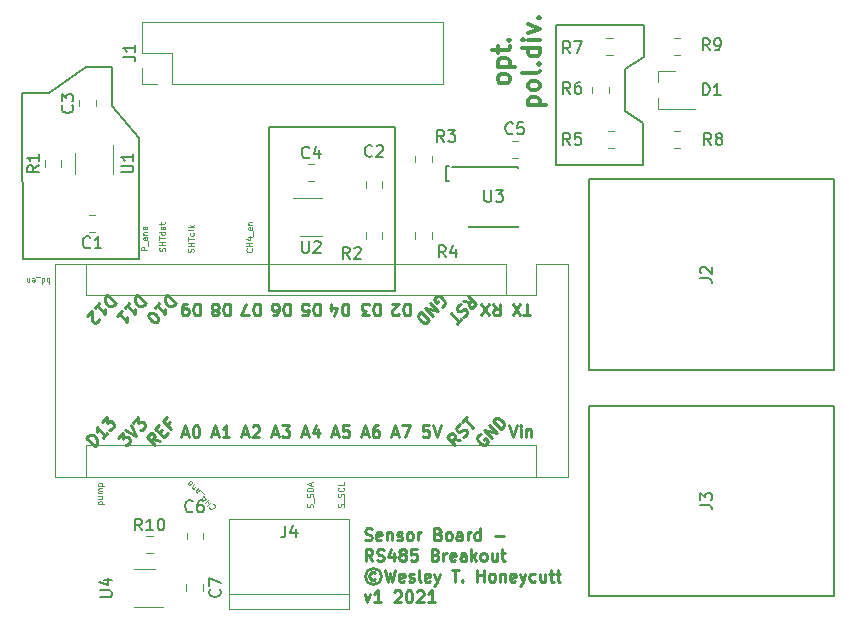
<source format=gbr>
G04 #@! TF.GenerationSoftware,KiCad,Pcbnew,5.0.2-bee76a0~70~ubuntu18.04.1*
G04 #@! TF.CreationDate,2021-06-01T15:08:51-05:00*
G04 #@! TF.ProjectId,CO2_sensorboard_slave,434f325f-7365-46e7-936f-72626f617264,rev?*
G04 #@! TF.SameCoordinates,Original*
G04 #@! TF.FileFunction,Legend,Top*
G04 #@! TF.FilePolarity,Positive*
%FSLAX46Y46*%
G04 Gerber Fmt 4.6, Leading zero omitted, Abs format (unit mm)*
G04 Created by KiCad (PCBNEW 5.0.2-bee76a0~70~ubuntu18.04.1) date Tue 01 Jun 2021 03:08:51 PM CDT*
%MOMM*%
%LPD*%
G01*
G04 APERTURE LIST*
%ADD10C,0.125000*%
%ADD11C,0.250000*%
%ADD12C,0.300000*%
%ADD13C,0.200000*%
%ADD14C,0.120000*%
%ADD15C,0.150000*%
G04 APERTURE END LIST*
D10*
X54477457Y-89513457D02*
X54977457Y-89513457D01*
X54501266Y-89513457D02*
X54477457Y-89465838D01*
X54477457Y-89370600D01*
X54501266Y-89322980D01*
X54525076Y-89299171D01*
X54572695Y-89275361D01*
X54715552Y-89275361D01*
X54763171Y-89299171D01*
X54786980Y-89322980D01*
X54810790Y-89370600D01*
X54810790Y-89465838D01*
X54786980Y-89513457D01*
X54477457Y-88846790D02*
X54810790Y-88846790D01*
X54477457Y-89061076D02*
X54739361Y-89061076D01*
X54786980Y-89037266D01*
X54810790Y-88989647D01*
X54810790Y-88918219D01*
X54786980Y-88870600D01*
X54763171Y-88846790D01*
X54810790Y-88608695D02*
X54477457Y-88608695D01*
X54525076Y-88608695D02*
X54501266Y-88584885D01*
X54477457Y-88537266D01*
X54477457Y-88465838D01*
X54501266Y-88418219D01*
X54548885Y-88394409D01*
X54810790Y-88394409D01*
X54548885Y-88394409D02*
X54501266Y-88370600D01*
X54477457Y-88322980D01*
X54477457Y-88251552D01*
X54501266Y-88203933D01*
X54548885Y-88180123D01*
X54810790Y-88180123D01*
X54477457Y-87942028D02*
X54977457Y-87942028D01*
X54501266Y-87942028D02*
X54477457Y-87894409D01*
X54477457Y-87799171D01*
X54501266Y-87751552D01*
X54525076Y-87727742D01*
X54572695Y-87703933D01*
X54715552Y-87703933D01*
X54763171Y-87727742D01*
X54786980Y-87751552D01*
X54810790Y-87799171D01*
X54810790Y-87894409D01*
X54786980Y-87942028D01*
D11*
X77060976Y-92521761D02*
X77203833Y-92569380D01*
X77441928Y-92569380D01*
X77537166Y-92521761D01*
X77584785Y-92474142D01*
X77632404Y-92378904D01*
X77632404Y-92283666D01*
X77584785Y-92188428D01*
X77537166Y-92140809D01*
X77441928Y-92093190D01*
X77251452Y-92045571D01*
X77156214Y-91997952D01*
X77108595Y-91950333D01*
X77060976Y-91855095D01*
X77060976Y-91759857D01*
X77108595Y-91664619D01*
X77156214Y-91617000D01*
X77251452Y-91569380D01*
X77489547Y-91569380D01*
X77632404Y-91617000D01*
X78441928Y-92521761D02*
X78346690Y-92569380D01*
X78156214Y-92569380D01*
X78060976Y-92521761D01*
X78013357Y-92426523D01*
X78013357Y-92045571D01*
X78060976Y-91950333D01*
X78156214Y-91902714D01*
X78346690Y-91902714D01*
X78441928Y-91950333D01*
X78489547Y-92045571D01*
X78489547Y-92140809D01*
X78013357Y-92236047D01*
X78918119Y-91902714D02*
X78918119Y-92569380D01*
X78918119Y-91997952D02*
X78965738Y-91950333D01*
X79060976Y-91902714D01*
X79203833Y-91902714D01*
X79299071Y-91950333D01*
X79346690Y-92045571D01*
X79346690Y-92569380D01*
X79775261Y-92521761D02*
X79870500Y-92569380D01*
X80060976Y-92569380D01*
X80156214Y-92521761D01*
X80203833Y-92426523D01*
X80203833Y-92378904D01*
X80156214Y-92283666D01*
X80060976Y-92236047D01*
X79918119Y-92236047D01*
X79822880Y-92188428D01*
X79775261Y-92093190D01*
X79775261Y-92045571D01*
X79822880Y-91950333D01*
X79918119Y-91902714D01*
X80060976Y-91902714D01*
X80156214Y-91950333D01*
X80775261Y-92569380D02*
X80680023Y-92521761D01*
X80632404Y-92474142D01*
X80584785Y-92378904D01*
X80584785Y-92093190D01*
X80632404Y-91997952D01*
X80680023Y-91950333D01*
X80775261Y-91902714D01*
X80918119Y-91902714D01*
X81013357Y-91950333D01*
X81060976Y-91997952D01*
X81108595Y-92093190D01*
X81108595Y-92378904D01*
X81060976Y-92474142D01*
X81013357Y-92521761D01*
X80918119Y-92569380D01*
X80775261Y-92569380D01*
X81537166Y-92569380D02*
X81537166Y-91902714D01*
X81537166Y-92093190D02*
X81584785Y-91997952D01*
X81632404Y-91950333D01*
X81727642Y-91902714D01*
X81822880Y-91902714D01*
X83251452Y-92045571D02*
X83394309Y-92093190D01*
X83441928Y-92140809D01*
X83489547Y-92236047D01*
X83489547Y-92378904D01*
X83441928Y-92474142D01*
X83394309Y-92521761D01*
X83299071Y-92569380D01*
X82918119Y-92569380D01*
X82918119Y-91569380D01*
X83251452Y-91569380D01*
X83346690Y-91617000D01*
X83394309Y-91664619D01*
X83441928Y-91759857D01*
X83441928Y-91855095D01*
X83394309Y-91950333D01*
X83346690Y-91997952D01*
X83251452Y-92045571D01*
X82918119Y-92045571D01*
X84060976Y-92569380D02*
X83965738Y-92521761D01*
X83918119Y-92474142D01*
X83870500Y-92378904D01*
X83870500Y-92093190D01*
X83918119Y-91997952D01*
X83965738Y-91950333D01*
X84060976Y-91902714D01*
X84203833Y-91902714D01*
X84299071Y-91950333D01*
X84346690Y-91997952D01*
X84394309Y-92093190D01*
X84394309Y-92378904D01*
X84346690Y-92474142D01*
X84299071Y-92521761D01*
X84203833Y-92569380D01*
X84060976Y-92569380D01*
X85251452Y-92569380D02*
X85251452Y-92045571D01*
X85203833Y-91950333D01*
X85108595Y-91902714D01*
X84918119Y-91902714D01*
X84822880Y-91950333D01*
X85251452Y-92521761D02*
X85156214Y-92569380D01*
X84918119Y-92569380D01*
X84822880Y-92521761D01*
X84775261Y-92426523D01*
X84775261Y-92331285D01*
X84822880Y-92236047D01*
X84918119Y-92188428D01*
X85156214Y-92188428D01*
X85251452Y-92140809D01*
X85727642Y-92569380D02*
X85727642Y-91902714D01*
X85727642Y-92093190D02*
X85775261Y-91997952D01*
X85822880Y-91950333D01*
X85918119Y-91902714D01*
X86013357Y-91902714D01*
X86775261Y-92569380D02*
X86775261Y-91569380D01*
X86775261Y-92521761D02*
X86680023Y-92569380D01*
X86489547Y-92569380D01*
X86394309Y-92521761D01*
X86346690Y-92474142D01*
X86299071Y-92378904D01*
X86299071Y-92093190D01*
X86346690Y-91997952D01*
X86394309Y-91950333D01*
X86489547Y-91902714D01*
X86680023Y-91902714D01*
X86775261Y-91950333D01*
X88013357Y-92188428D02*
X88775261Y-92188428D01*
X77680023Y-94319380D02*
X77346690Y-93843190D01*
X77108595Y-94319380D02*
X77108595Y-93319380D01*
X77489547Y-93319380D01*
X77584785Y-93367000D01*
X77632404Y-93414619D01*
X77680023Y-93509857D01*
X77680023Y-93652714D01*
X77632404Y-93747952D01*
X77584785Y-93795571D01*
X77489547Y-93843190D01*
X77108595Y-93843190D01*
X78060976Y-94271761D02*
X78203833Y-94319380D01*
X78441928Y-94319380D01*
X78537166Y-94271761D01*
X78584785Y-94224142D01*
X78632404Y-94128904D01*
X78632404Y-94033666D01*
X78584785Y-93938428D01*
X78537166Y-93890809D01*
X78441928Y-93843190D01*
X78251452Y-93795571D01*
X78156214Y-93747952D01*
X78108595Y-93700333D01*
X78060976Y-93605095D01*
X78060976Y-93509857D01*
X78108595Y-93414619D01*
X78156214Y-93367000D01*
X78251452Y-93319380D01*
X78489547Y-93319380D01*
X78632404Y-93367000D01*
X79489547Y-93652714D02*
X79489547Y-94319380D01*
X79251452Y-93271761D02*
X79013357Y-93986047D01*
X79632404Y-93986047D01*
X80156214Y-93747952D02*
X80060976Y-93700333D01*
X80013357Y-93652714D01*
X79965738Y-93557476D01*
X79965738Y-93509857D01*
X80013357Y-93414619D01*
X80060976Y-93367000D01*
X80156214Y-93319380D01*
X80346690Y-93319380D01*
X80441928Y-93367000D01*
X80489547Y-93414619D01*
X80537166Y-93509857D01*
X80537166Y-93557476D01*
X80489547Y-93652714D01*
X80441928Y-93700333D01*
X80346690Y-93747952D01*
X80156214Y-93747952D01*
X80060976Y-93795571D01*
X80013357Y-93843190D01*
X79965738Y-93938428D01*
X79965738Y-94128904D01*
X80013357Y-94224142D01*
X80060976Y-94271761D01*
X80156214Y-94319380D01*
X80346690Y-94319380D01*
X80441928Y-94271761D01*
X80489547Y-94224142D01*
X80537166Y-94128904D01*
X80537166Y-93938428D01*
X80489547Y-93843190D01*
X80441928Y-93795571D01*
X80346690Y-93747952D01*
X81441928Y-93319380D02*
X80965738Y-93319380D01*
X80918119Y-93795571D01*
X80965738Y-93747952D01*
X81060976Y-93700333D01*
X81299071Y-93700333D01*
X81394309Y-93747952D01*
X81441928Y-93795571D01*
X81489547Y-93890809D01*
X81489547Y-94128904D01*
X81441928Y-94224142D01*
X81394309Y-94271761D01*
X81299071Y-94319380D01*
X81060976Y-94319380D01*
X80965738Y-94271761D01*
X80918119Y-94224142D01*
X83013357Y-93795571D02*
X83156214Y-93843190D01*
X83203833Y-93890809D01*
X83251452Y-93986047D01*
X83251452Y-94128904D01*
X83203833Y-94224142D01*
X83156214Y-94271761D01*
X83060976Y-94319380D01*
X82680023Y-94319380D01*
X82680023Y-93319380D01*
X83013357Y-93319380D01*
X83108595Y-93367000D01*
X83156214Y-93414619D01*
X83203833Y-93509857D01*
X83203833Y-93605095D01*
X83156214Y-93700333D01*
X83108595Y-93747952D01*
X83013357Y-93795571D01*
X82680023Y-93795571D01*
X83680023Y-94319380D02*
X83680023Y-93652714D01*
X83680023Y-93843190D02*
X83727642Y-93747952D01*
X83775261Y-93700333D01*
X83870500Y-93652714D01*
X83965738Y-93652714D01*
X84680023Y-94271761D02*
X84584785Y-94319380D01*
X84394309Y-94319380D01*
X84299071Y-94271761D01*
X84251452Y-94176523D01*
X84251452Y-93795571D01*
X84299071Y-93700333D01*
X84394309Y-93652714D01*
X84584785Y-93652714D01*
X84680023Y-93700333D01*
X84727642Y-93795571D01*
X84727642Y-93890809D01*
X84251452Y-93986047D01*
X85584785Y-94319380D02*
X85584785Y-93795571D01*
X85537166Y-93700333D01*
X85441928Y-93652714D01*
X85251452Y-93652714D01*
X85156214Y-93700333D01*
X85584785Y-94271761D02*
X85489547Y-94319380D01*
X85251452Y-94319380D01*
X85156214Y-94271761D01*
X85108595Y-94176523D01*
X85108595Y-94081285D01*
X85156214Y-93986047D01*
X85251452Y-93938428D01*
X85489547Y-93938428D01*
X85584785Y-93890809D01*
X86060976Y-94319380D02*
X86060976Y-93319380D01*
X86156214Y-93938428D02*
X86441928Y-94319380D01*
X86441928Y-93652714D02*
X86060976Y-94033666D01*
X87013357Y-94319380D02*
X86918119Y-94271761D01*
X86870500Y-94224142D01*
X86822880Y-94128904D01*
X86822880Y-93843190D01*
X86870500Y-93747952D01*
X86918119Y-93700333D01*
X87013357Y-93652714D01*
X87156214Y-93652714D01*
X87251452Y-93700333D01*
X87299071Y-93747952D01*
X87346690Y-93843190D01*
X87346690Y-94128904D01*
X87299071Y-94224142D01*
X87251452Y-94271761D01*
X87156214Y-94319380D01*
X87013357Y-94319380D01*
X88203833Y-93652714D02*
X88203833Y-94319380D01*
X87775261Y-93652714D02*
X87775261Y-94176523D01*
X87822880Y-94271761D01*
X87918119Y-94319380D01*
X88060976Y-94319380D01*
X88156214Y-94271761D01*
X88203833Y-94224142D01*
X88537166Y-93652714D02*
X88918119Y-93652714D01*
X88680023Y-93319380D02*
X88680023Y-94176523D01*
X88727642Y-94271761D01*
X88822880Y-94319380D01*
X88918119Y-94319380D01*
X77918119Y-95307476D02*
X77822880Y-95259857D01*
X77632404Y-95259857D01*
X77537166Y-95307476D01*
X77441928Y-95402714D01*
X77394309Y-95497952D01*
X77394309Y-95688428D01*
X77441928Y-95783666D01*
X77537166Y-95878904D01*
X77632404Y-95926523D01*
X77822880Y-95926523D01*
X77918119Y-95878904D01*
X77727642Y-94926523D02*
X77489547Y-94974142D01*
X77251452Y-95117000D01*
X77108595Y-95355095D01*
X77060976Y-95593190D01*
X77108595Y-95831285D01*
X77251452Y-96069380D01*
X77489547Y-96212238D01*
X77727642Y-96259857D01*
X77965738Y-96212238D01*
X78203833Y-96069380D01*
X78346690Y-95831285D01*
X78394309Y-95593190D01*
X78346690Y-95355095D01*
X78203833Y-95117000D01*
X77965738Y-94974142D01*
X77727642Y-94926523D01*
X78727642Y-95069380D02*
X78965738Y-96069380D01*
X79156214Y-95355095D01*
X79346690Y-96069380D01*
X79584785Y-95069380D01*
X80346690Y-96021761D02*
X80251452Y-96069380D01*
X80060976Y-96069380D01*
X79965738Y-96021761D01*
X79918119Y-95926523D01*
X79918119Y-95545571D01*
X79965738Y-95450333D01*
X80060976Y-95402714D01*
X80251452Y-95402714D01*
X80346690Y-95450333D01*
X80394309Y-95545571D01*
X80394309Y-95640809D01*
X79918119Y-95736047D01*
X80775261Y-96021761D02*
X80870500Y-96069380D01*
X81060976Y-96069380D01*
X81156214Y-96021761D01*
X81203833Y-95926523D01*
X81203833Y-95878904D01*
X81156214Y-95783666D01*
X81060976Y-95736047D01*
X80918119Y-95736047D01*
X80822880Y-95688428D01*
X80775261Y-95593190D01*
X80775261Y-95545571D01*
X80822880Y-95450333D01*
X80918119Y-95402714D01*
X81060976Y-95402714D01*
X81156214Y-95450333D01*
X81775261Y-96069380D02*
X81680023Y-96021761D01*
X81632404Y-95926523D01*
X81632404Y-95069380D01*
X82537166Y-96021761D02*
X82441928Y-96069380D01*
X82251452Y-96069380D01*
X82156214Y-96021761D01*
X82108595Y-95926523D01*
X82108595Y-95545571D01*
X82156214Y-95450333D01*
X82251452Y-95402714D01*
X82441928Y-95402714D01*
X82537166Y-95450333D01*
X82584785Y-95545571D01*
X82584785Y-95640809D01*
X82108595Y-95736047D01*
X82918119Y-95402714D02*
X83156214Y-96069380D01*
X83394309Y-95402714D02*
X83156214Y-96069380D01*
X83060976Y-96307476D01*
X83013357Y-96355095D01*
X82918119Y-96402714D01*
X84394309Y-95069380D02*
X84965738Y-95069380D01*
X84680023Y-96069380D02*
X84680023Y-95069380D01*
X85299071Y-95974142D02*
X85346690Y-96021761D01*
X85299071Y-96069380D01*
X85251452Y-96021761D01*
X85299071Y-95974142D01*
X85299071Y-96069380D01*
X86537166Y-96069380D02*
X86537166Y-95069380D01*
X86537166Y-95545571D02*
X87108595Y-95545571D01*
X87108595Y-96069380D02*
X87108595Y-95069380D01*
X87727642Y-96069380D02*
X87632404Y-96021761D01*
X87584785Y-95974142D01*
X87537166Y-95878904D01*
X87537166Y-95593190D01*
X87584785Y-95497952D01*
X87632404Y-95450333D01*
X87727642Y-95402714D01*
X87870500Y-95402714D01*
X87965738Y-95450333D01*
X88013357Y-95497952D01*
X88060976Y-95593190D01*
X88060976Y-95878904D01*
X88013357Y-95974142D01*
X87965738Y-96021761D01*
X87870500Y-96069380D01*
X87727642Y-96069380D01*
X88489547Y-95402714D02*
X88489547Y-96069380D01*
X88489547Y-95497952D02*
X88537166Y-95450333D01*
X88632404Y-95402714D01*
X88775261Y-95402714D01*
X88870500Y-95450333D01*
X88918119Y-95545571D01*
X88918119Y-96069380D01*
X89775261Y-96021761D02*
X89680023Y-96069380D01*
X89489547Y-96069380D01*
X89394309Y-96021761D01*
X89346690Y-95926523D01*
X89346690Y-95545571D01*
X89394309Y-95450333D01*
X89489547Y-95402714D01*
X89680023Y-95402714D01*
X89775261Y-95450333D01*
X89822880Y-95545571D01*
X89822880Y-95640809D01*
X89346690Y-95736047D01*
X90156214Y-95402714D02*
X90394309Y-96069380D01*
X90632404Y-95402714D02*
X90394309Y-96069380D01*
X90299071Y-96307476D01*
X90251452Y-96355095D01*
X90156214Y-96402714D01*
X91441928Y-96021761D02*
X91346690Y-96069380D01*
X91156214Y-96069380D01*
X91060976Y-96021761D01*
X91013357Y-95974142D01*
X90965738Y-95878904D01*
X90965738Y-95593190D01*
X91013357Y-95497952D01*
X91060976Y-95450333D01*
X91156214Y-95402714D01*
X91346690Y-95402714D01*
X91441928Y-95450333D01*
X92299071Y-95402714D02*
X92299071Y-96069380D01*
X91870500Y-95402714D02*
X91870500Y-95926523D01*
X91918119Y-96021761D01*
X92013357Y-96069380D01*
X92156214Y-96069380D01*
X92251452Y-96021761D01*
X92299071Y-95974142D01*
X92632404Y-95402714D02*
X93013357Y-95402714D01*
X92775261Y-95069380D02*
X92775261Y-95926523D01*
X92822880Y-96021761D01*
X92918119Y-96069380D01*
X93013357Y-96069380D01*
X93203833Y-95402714D02*
X93584785Y-95402714D01*
X93346690Y-95069380D02*
X93346690Y-95926523D01*
X93394309Y-96021761D01*
X93489547Y-96069380D01*
X93584785Y-96069380D01*
X77013357Y-97152714D02*
X77251452Y-97819380D01*
X77489547Y-97152714D01*
X78394309Y-97819380D02*
X77822880Y-97819380D01*
X78108595Y-97819380D02*
X78108595Y-96819380D01*
X78013357Y-96962238D01*
X77918119Y-97057476D01*
X77822880Y-97105095D01*
X79537166Y-96914619D02*
X79584785Y-96867000D01*
X79680023Y-96819380D01*
X79918119Y-96819380D01*
X80013357Y-96867000D01*
X80060976Y-96914619D01*
X80108595Y-97009857D01*
X80108595Y-97105095D01*
X80060976Y-97247952D01*
X79489547Y-97819380D01*
X80108595Y-97819380D01*
X80727642Y-96819380D02*
X80822880Y-96819380D01*
X80918119Y-96867000D01*
X80965738Y-96914619D01*
X81013357Y-97009857D01*
X81060976Y-97200333D01*
X81060976Y-97438428D01*
X81013357Y-97628904D01*
X80965738Y-97724142D01*
X80918119Y-97771761D01*
X80822880Y-97819380D01*
X80727642Y-97819380D01*
X80632404Y-97771761D01*
X80584785Y-97724142D01*
X80537166Y-97628904D01*
X80489547Y-97438428D01*
X80489547Y-97200333D01*
X80537166Y-97009857D01*
X80584785Y-96914619D01*
X80632404Y-96867000D01*
X80727642Y-96819380D01*
X81441928Y-96914619D02*
X81489547Y-96867000D01*
X81584785Y-96819380D01*
X81822880Y-96819380D01*
X81918119Y-96867000D01*
X81965738Y-96914619D01*
X82013357Y-97009857D01*
X82013357Y-97105095D01*
X81965738Y-97247952D01*
X81394309Y-97819380D01*
X82013357Y-97819380D01*
X82965738Y-97819380D02*
X82394309Y-97819380D01*
X82680023Y-97819380D02*
X82680023Y-96819380D01*
X82584785Y-96962238D01*
X82489547Y-97057476D01*
X82394309Y-97105095D01*
D10*
X50329285Y-70347809D02*
X50329285Y-70847809D01*
X50329285Y-70657333D02*
X50281666Y-70681142D01*
X50186428Y-70681142D01*
X50138809Y-70657333D01*
X50115000Y-70633523D01*
X50091190Y-70585904D01*
X50091190Y-70443047D01*
X50115000Y-70395428D01*
X50138809Y-70371619D01*
X50186428Y-70347809D01*
X50281666Y-70347809D01*
X50329285Y-70371619D01*
X49662619Y-70347809D02*
X49662619Y-70847809D01*
X49662619Y-70371619D02*
X49710238Y-70347809D01*
X49805476Y-70347809D01*
X49853095Y-70371619D01*
X49876904Y-70395428D01*
X49900714Y-70443047D01*
X49900714Y-70585904D01*
X49876904Y-70633523D01*
X49853095Y-70657333D01*
X49805476Y-70681142D01*
X49710238Y-70681142D01*
X49662619Y-70657333D01*
X49543571Y-70300190D02*
X49162619Y-70300190D01*
X48853095Y-70371619D02*
X48900714Y-70347809D01*
X48995952Y-70347809D01*
X49043571Y-70371619D01*
X49067380Y-70419238D01*
X49067380Y-70609714D01*
X49043571Y-70657333D01*
X48995952Y-70681142D01*
X48900714Y-70681142D01*
X48853095Y-70657333D01*
X48829285Y-70609714D01*
X48829285Y-70562095D01*
X49067380Y-70514476D01*
X48615000Y-70681142D02*
X48615000Y-70347809D01*
X48615000Y-70633523D02*
X48591190Y-70657333D01*
X48543571Y-70681142D01*
X48472142Y-70681142D01*
X48424523Y-70657333D01*
X48400714Y-70609714D01*
X48400714Y-70347809D01*
X67450571Y-67867190D02*
X67474380Y-67891000D01*
X67498190Y-67962428D01*
X67498190Y-68010047D01*
X67474380Y-68081476D01*
X67426761Y-68129095D01*
X67379142Y-68152904D01*
X67283904Y-68176714D01*
X67212476Y-68176714D01*
X67117238Y-68152904D01*
X67069619Y-68129095D01*
X67022000Y-68081476D01*
X66998190Y-68010047D01*
X66998190Y-67962428D01*
X67022000Y-67891000D01*
X67045809Y-67867190D01*
X67498190Y-67652904D02*
X66998190Y-67652904D01*
X67236285Y-67652904D02*
X67236285Y-67367190D01*
X67498190Y-67367190D02*
X66998190Y-67367190D01*
X67164857Y-66914809D02*
X67498190Y-66914809D01*
X66974380Y-67033857D02*
X67331523Y-67152904D01*
X67331523Y-66843380D01*
X67545809Y-66771952D02*
X67545809Y-66391000D01*
X67474380Y-66081476D02*
X67498190Y-66129095D01*
X67498190Y-66224333D01*
X67474380Y-66271952D01*
X67426761Y-66295761D01*
X67236285Y-66295761D01*
X67188666Y-66271952D01*
X67164857Y-66224333D01*
X67164857Y-66129095D01*
X67188666Y-66081476D01*
X67236285Y-66057666D01*
X67283904Y-66057666D01*
X67331523Y-66295761D01*
X67164857Y-65843380D02*
X67498190Y-65843380D01*
X67212476Y-65843380D02*
X67188666Y-65819571D01*
X67164857Y-65771952D01*
X67164857Y-65700523D01*
X67188666Y-65652904D01*
X67236285Y-65629095D01*
X67498190Y-65629095D01*
X72617780Y-89783314D02*
X72641590Y-89711885D01*
X72641590Y-89592838D01*
X72617780Y-89545219D01*
X72593971Y-89521409D01*
X72546352Y-89497600D01*
X72498733Y-89497600D01*
X72451114Y-89521409D01*
X72427304Y-89545219D01*
X72403495Y-89592838D01*
X72379685Y-89688076D01*
X72355876Y-89735695D01*
X72332066Y-89759504D01*
X72284447Y-89783314D01*
X72236828Y-89783314D01*
X72189209Y-89759504D01*
X72165400Y-89735695D01*
X72141590Y-89688076D01*
X72141590Y-89569028D01*
X72165400Y-89497600D01*
X72689209Y-89402361D02*
X72689209Y-89021409D01*
X72617780Y-88926171D02*
X72641590Y-88854742D01*
X72641590Y-88735695D01*
X72617780Y-88688076D01*
X72593971Y-88664266D01*
X72546352Y-88640457D01*
X72498733Y-88640457D01*
X72451114Y-88664266D01*
X72427304Y-88688076D01*
X72403495Y-88735695D01*
X72379685Y-88830933D01*
X72355876Y-88878552D01*
X72332066Y-88902361D01*
X72284447Y-88926171D01*
X72236828Y-88926171D01*
X72189209Y-88902361D01*
X72165400Y-88878552D01*
X72141590Y-88830933D01*
X72141590Y-88711885D01*
X72165400Y-88640457D01*
X72641590Y-88426171D02*
X72141590Y-88426171D01*
X72141590Y-88307123D01*
X72165400Y-88235695D01*
X72213019Y-88188076D01*
X72260638Y-88164266D01*
X72355876Y-88140457D01*
X72427304Y-88140457D01*
X72522542Y-88164266D01*
X72570161Y-88188076D01*
X72617780Y-88235695D01*
X72641590Y-88307123D01*
X72641590Y-88426171D01*
X72498733Y-87949980D02*
X72498733Y-87711885D01*
X72641590Y-87997600D02*
X72141590Y-87830933D01*
X72641590Y-87664266D01*
X75233980Y-89771409D02*
X75257790Y-89699980D01*
X75257790Y-89580933D01*
X75233980Y-89533314D01*
X75210171Y-89509504D01*
X75162552Y-89485695D01*
X75114933Y-89485695D01*
X75067314Y-89509504D01*
X75043504Y-89533314D01*
X75019695Y-89580933D01*
X74995885Y-89676171D01*
X74972076Y-89723790D01*
X74948266Y-89747600D01*
X74900647Y-89771409D01*
X74853028Y-89771409D01*
X74805409Y-89747600D01*
X74781600Y-89723790D01*
X74757790Y-89676171D01*
X74757790Y-89557123D01*
X74781600Y-89485695D01*
X75305409Y-89390457D02*
X75305409Y-89009504D01*
X75233980Y-88914266D02*
X75257790Y-88842838D01*
X75257790Y-88723790D01*
X75233980Y-88676171D01*
X75210171Y-88652361D01*
X75162552Y-88628552D01*
X75114933Y-88628552D01*
X75067314Y-88652361D01*
X75043504Y-88676171D01*
X75019695Y-88723790D01*
X74995885Y-88819028D01*
X74972076Y-88866647D01*
X74948266Y-88890457D01*
X74900647Y-88914266D01*
X74853028Y-88914266D01*
X74805409Y-88890457D01*
X74781600Y-88866647D01*
X74757790Y-88819028D01*
X74757790Y-88699980D01*
X74781600Y-88628552D01*
X75210171Y-88128552D02*
X75233980Y-88152361D01*
X75257790Y-88223790D01*
X75257790Y-88271409D01*
X75233980Y-88342838D01*
X75186361Y-88390457D01*
X75138742Y-88414266D01*
X75043504Y-88438076D01*
X74972076Y-88438076D01*
X74876838Y-88414266D01*
X74829219Y-88390457D01*
X74781600Y-88342838D01*
X74757790Y-88271409D01*
X74757790Y-88223790D01*
X74781600Y-88152361D01*
X74805409Y-88128552D01*
X75257790Y-87676171D02*
X75257790Y-87914266D01*
X74757790Y-87914266D01*
X62521380Y-68160857D02*
X62545190Y-68089428D01*
X62545190Y-67970380D01*
X62521380Y-67922761D01*
X62497571Y-67898952D01*
X62449952Y-67875142D01*
X62402333Y-67875142D01*
X62354714Y-67898952D01*
X62330904Y-67922761D01*
X62307095Y-67970380D01*
X62283285Y-68065619D01*
X62259476Y-68113238D01*
X62235666Y-68137047D01*
X62188047Y-68160857D01*
X62140428Y-68160857D01*
X62092809Y-68137047D01*
X62069000Y-68113238D01*
X62045190Y-68065619D01*
X62045190Y-67946571D01*
X62069000Y-67875142D01*
X62545190Y-67660857D02*
X62045190Y-67660857D01*
X62283285Y-67660857D02*
X62283285Y-67375142D01*
X62545190Y-67375142D02*
X62045190Y-67375142D01*
X62045190Y-67208476D02*
X62045190Y-66922761D01*
X62545190Y-67065619D02*
X62045190Y-67065619D01*
X62521380Y-66541809D02*
X62545190Y-66589428D01*
X62545190Y-66684666D01*
X62521380Y-66732285D01*
X62497571Y-66756095D01*
X62449952Y-66779904D01*
X62307095Y-66779904D01*
X62259476Y-66756095D01*
X62235666Y-66732285D01*
X62211857Y-66684666D01*
X62211857Y-66589428D01*
X62235666Y-66541809D01*
X62545190Y-66256095D02*
X62521380Y-66303714D01*
X62473761Y-66327523D01*
X62045190Y-66327523D01*
X62545190Y-66065619D02*
X62045190Y-66065619D01*
X62354714Y-66018000D02*
X62545190Y-65875142D01*
X62211857Y-65875142D02*
X62402333Y-66065619D01*
X60108380Y-68081476D02*
X60132190Y-68010047D01*
X60132190Y-67891000D01*
X60108380Y-67843380D01*
X60084571Y-67819571D01*
X60036952Y-67795761D01*
X59989333Y-67795761D01*
X59941714Y-67819571D01*
X59917904Y-67843380D01*
X59894095Y-67891000D01*
X59870285Y-67986238D01*
X59846476Y-68033857D01*
X59822666Y-68057666D01*
X59775047Y-68081476D01*
X59727428Y-68081476D01*
X59679809Y-68057666D01*
X59656000Y-68033857D01*
X59632190Y-67986238D01*
X59632190Y-67867190D01*
X59656000Y-67795761D01*
X60132190Y-67581476D02*
X59632190Y-67581476D01*
X59870285Y-67581476D02*
X59870285Y-67295761D01*
X60132190Y-67295761D02*
X59632190Y-67295761D01*
X59632190Y-67129095D02*
X59632190Y-66843380D01*
X60132190Y-66986238D02*
X59632190Y-66986238D01*
X60132190Y-66462428D02*
X59632190Y-66462428D01*
X60108380Y-66462428D02*
X60132190Y-66510047D01*
X60132190Y-66605285D01*
X60108380Y-66652904D01*
X60084571Y-66676714D01*
X60036952Y-66700523D01*
X59894095Y-66700523D01*
X59846476Y-66676714D01*
X59822666Y-66652904D01*
X59798857Y-66605285D01*
X59798857Y-66510047D01*
X59822666Y-66462428D01*
X60132190Y-66010047D02*
X59870285Y-66010047D01*
X59822666Y-66033857D01*
X59798857Y-66081476D01*
X59798857Y-66176714D01*
X59822666Y-66224333D01*
X60108380Y-66010047D02*
X60132190Y-66057666D01*
X60132190Y-66176714D01*
X60108380Y-66224333D01*
X60060761Y-66248142D01*
X60013142Y-66248142D01*
X59965523Y-66224333D01*
X59941714Y-66176714D01*
X59941714Y-66057666D01*
X59917904Y-66010047D01*
X59798857Y-65843380D02*
X59798857Y-65652904D01*
X59632190Y-65771952D02*
X60060761Y-65771952D01*
X60108380Y-65748142D01*
X60132190Y-65700523D01*
X60132190Y-65652904D01*
X64154698Y-89479960D02*
X64188370Y-89479960D01*
X64255713Y-89513632D01*
X64289385Y-89547304D01*
X64323057Y-89614647D01*
X64323057Y-89681991D01*
X64306221Y-89732498D01*
X64255713Y-89816678D01*
X64205206Y-89867185D01*
X64121026Y-89917693D01*
X64070519Y-89934529D01*
X64003175Y-89934529D01*
X63935832Y-89900857D01*
X63902160Y-89867185D01*
X63868488Y-89799842D01*
X63868488Y-89766170D01*
X64036847Y-89294765D02*
X63683294Y-89648319D01*
X63851652Y-89479960D02*
X63649622Y-89277930D01*
X63834817Y-89092735D02*
X63481263Y-89446288D01*
X63279233Y-89008556D02*
X63514935Y-88772853D01*
X63228725Y-89227422D02*
X63565443Y-89059063D01*
X63346576Y-88840197D01*
X63447591Y-88638166D02*
X63178217Y-88368792D01*
X62908843Y-88166762D02*
X62723649Y-88351956D01*
X62706813Y-88402464D01*
X62723649Y-88452972D01*
X62790992Y-88520315D01*
X62841500Y-88537151D01*
X62892008Y-88183598D02*
X62942515Y-88200434D01*
X63026695Y-88284613D01*
X63043530Y-88335121D01*
X63026695Y-88385628D01*
X62993023Y-88419300D01*
X62942515Y-88436136D01*
X62892008Y-88419300D01*
X62807828Y-88335121D01*
X62757321Y-88318285D01*
X62504782Y-88234105D02*
X62740485Y-87998403D01*
X62538454Y-88200434D02*
X62504782Y-88200434D01*
X62454275Y-88183598D01*
X62403767Y-88133090D01*
X62386931Y-88082582D01*
X62403767Y-88032075D01*
X62588962Y-87846880D01*
X62269080Y-87526999D02*
X62083886Y-87712193D01*
X62067050Y-87762701D01*
X62083886Y-87813208D01*
X62151229Y-87880552D01*
X62201737Y-87897388D01*
X62252244Y-87543834D02*
X62302752Y-87560670D01*
X62386931Y-87644850D01*
X62403767Y-87695357D01*
X62386931Y-87745865D01*
X62353260Y-87779537D01*
X62302752Y-87796373D01*
X62252244Y-87779537D01*
X62168065Y-87695357D01*
X62117557Y-87678521D01*
X58608190Y-68018000D02*
X58108190Y-68018000D01*
X58108190Y-67827523D01*
X58132000Y-67779904D01*
X58155809Y-67756095D01*
X58203428Y-67732285D01*
X58274857Y-67732285D01*
X58322476Y-67756095D01*
X58346285Y-67779904D01*
X58370095Y-67827523D01*
X58370095Y-68018000D01*
X58655809Y-67637047D02*
X58655809Y-67256095D01*
X58608190Y-66922761D02*
X58346285Y-66922761D01*
X58298666Y-66946571D01*
X58274857Y-66994190D01*
X58274857Y-67089428D01*
X58298666Y-67137047D01*
X58584380Y-66922761D02*
X58608190Y-66970380D01*
X58608190Y-67089428D01*
X58584380Y-67137047D01*
X58536761Y-67160857D01*
X58489142Y-67160857D01*
X58441523Y-67137047D01*
X58417714Y-67089428D01*
X58417714Y-66970380D01*
X58393904Y-66922761D01*
X58274857Y-66684666D02*
X58608190Y-66684666D01*
X58322476Y-66684666D02*
X58298666Y-66660857D01*
X58274857Y-66613238D01*
X58274857Y-66541809D01*
X58298666Y-66494190D01*
X58346285Y-66470380D01*
X58608190Y-66470380D01*
X58608190Y-66018000D02*
X58346285Y-66018000D01*
X58298666Y-66041809D01*
X58274857Y-66089428D01*
X58274857Y-66184666D01*
X58298666Y-66232285D01*
X58584380Y-66018000D02*
X58608190Y-66065619D01*
X58608190Y-66184666D01*
X58584380Y-66232285D01*
X58536761Y-66256095D01*
X58489142Y-66256095D01*
X58441523Y-66232285D01*
X58417714Y-66184666D01*
X58417714Y-66065619D01*
X58393904Y-66018000D01*
D11*
X89235190Y-82853380D02*
X89568523Y-83853380D01*
X89901857Y-82853380D01*
X90235190Y-83853380D02*
X90235190Y-83186714D01*
X90235190Y-82853380D02*
X90187571Y-82901000D01*
X90235190Y-82948619D01*
X90282809Y-82901000D01*
X90235190Y-82853380D01*
X90235190Y-82948619D01*
X90711380Y-83186714D02*
X90711380Y-83853380D01*
X90711380Y-83281952D02*
X90759000Y-83234333D01*
X90854238Y-83186714D01*
X90997095Y-83186714D01*
X91092333Y-83234333D01*
X91139952Y-83329571D01*
X91139952Y-83853380D01*
X56103309Y-83889240D02*
X56541042Y-83451507D01*
X56574713Y-83956583D01*
X56675729Y-83855568D01*
X56776744Y-83821896D01*
X56844087Y-83821896D01*
X56945103Y-83855568D01*
X57113461Y-84023927D01*
X57147133Y-84124942D01*
X57147133Y-84192286D01*
X57113461Y-84293301D01*
X56911431Y-84495331D01*
X56810416Y-84529003D01*
X56743072Y-84529003D01*
X56743072Y-83249477D02*
X57685881Y-83720881D01*
X57214477Y-82778072D01*
X57382835Y-82609713D02*
X57820568Y-82171981D01*
X57854240Y-82677057D01*
X57955255Y-82576042D01*
X58056270Y-82542370D01*
X58123614Y-82542370D01*
X58224629Y-82576042D01*
X58392988Y-82744400D01*
X58426660Y-82845416D01*
X58426660Y-82912759D01*
X58392988Y-83013774D01*
X58190957Y-83215805D01*
X58089942Y-83249477D01*
X58022599Y-83249477D01*
X61604714Y-83567666D02*
X62080904Y-83567666D01*
X61509476Y-83853380D02*
X61842809Y-82853380D01*
X62176142Y-83853380D01*
X62699952Y-82853380D02*
X62795190Y-82853380D01*
X62890428Y-82901000D01*
X62938047Y-82948619D01*
X62985666Y-83043857D01*
X63033285Y-83234333D01*
X63033285Y-83472428D01*
X62985666Y-83662904D01*
X62938047Y-83758142D01*
X62890428Y-83805761D01*
X62795190Y-83853380D01*
X62699952Y-83853380D01*
X62604714Y-83805761D01*
X62557095Y-83758142D01*
X62509476Y-83662904D01*
X62461857Y-83472428D01*
X62461857Y-83234333D01*
X62509476Y-83043857D01*
X62557095Y-82948619D01*
X62604714Y-82901000D01*
X62699952Y-82853380D01*
X59694820Y-84124942D02*
X59122400Y-84023927D01*
X59290759Y-84529003D02*
X58583652Y-83821896D01*
X58853026Y-83552522D01*
X58954042Y-83518851D01*
X59021385Y-83518851D01*
X59122400Y-83552522D01*
X59223416Y-83653538D01*
X59257087Y-83754553D01*
X59257087Y-83821896D01*
X59223416Y-83922912D01*
X58954042Y-84192286D01*
X59627477Y-83451507D02*
X59863179Y-83215805D01*
X60334583Y-83485179D02*
X59997866Y-83821896D01*
X59290759Y-83114790D01*
X59627477Y-82778072D01*
X60502942Y-82576042D02*
X60267240Y-82811744D01*
X60637629Y-83182133D02*
X59930522Y-82475026D01*
X60267240Y-82138309D01*
X64144714Y-83567666D02*
X64620904Y-83567666D01*
X64049476Y-83853380D02*
X64382809Y-82853380D01*
X64716142Y-83853380D01*
X65573285Y-83853380D02*
X65001857Y-83853380D01*
X65287571Y-83853380D02*
X65287571Y-82853380D01*
X65192333Y-82996238D01*
X65097095Y-83091476D01*
X65001857Y-83139095D01*
X66684714Y-83567666D02*
X67160904Y-83567666D01*
X66589476Y-83853380D02*
X66922809Y-82853380D01*
X67256142Y-83853380D01*
X67541857Y-82948619D02*
X67589476Y-82901000D01*
X67684714Y-82853380D01*
X67922809Y-82853380D01*
X68018047Y-82901000D01*
X68065666Y-82948619D01*
X68113285Y-83043857D01*
X68113285Y-83139095D01*
X68065666Y-83281952D01*
X67494238Y-83853380D01*
X68113285Y-83853380D01*
X71764714Y-83567666D02*
X72240904Y-83567666D01*
X71669476Y-83853380D02*
X72002809Y-82853380D01*
X72336142Y-83853380D01*
X73098047Y-83186714D02*
X73098047Y-83853380D01*
X72859952Y-82805761D02*
X72621857Y-83520047D01*
X73240904Y-83520047D01*
X74304714Y-83567666D02*
X74780904Y-83567666D01*
X74209476Y-83853380D02*
X74542809Y-82853380D01*
X74876142Y-83853380D01*
X75685666Y-82853380D02*
X75209476Y-82853380D01*
X75161857Y-83329571D01*
X75209476Y-83281952D01*
X75304714Y-83234333D01*
X75542809Y-83234333D01*
X75638047Y-83281952D01*
X75685666Y-83329571D01*
X75733285Y-83424809D01*
X75733285Y-83662904D01*
X75685666Y-83758142D01*
X75638047Y-83805761D01*
X75542809Y-83853380D01*
X75304714Y-83853380D01*
X75209476Y-83805761D01*
X75161857Y-83758142D01*
X76844714Y-83567666D02*
X77320904Y-83567666D01*
X76749476Y-83853380D02*
X77082809Y-82853380D01*
X77416142Y-83853380D01*
X78178047Y-82853380D02*
X77987571Y-82853380D01*
X77892333Y-82901000D01*
X77844714Y-82948619D01*
X77749476Y-83091476D01*
X77701857Y-83281952D01*
X77701857Y-83662904D01*
X77749476Y-83758142D01*
X77797095Y-83805761D01*
X77892333Y-83853380D01*
X78082809Y-83853380D01*
X78178047Y-83805761D01*
X78225666Y-83758142D01*
X78273285Y-83662904D01*
X78273285Y-83424809D01*
X78225666Y-83329571D01*
X78178047Y-83281952D01*
X78082809Y-83234333D01*
X77892333Y-83234333D01*
X77797095Y-83281952D01*
X77749476Y-83329571D01*
X77701857Y-83424809D01*
X79384714Y-83567666D02*
X79860904Y-83567666D01*
X79289476Y-83853380D02*
X79622809Y-82853380D01*
X79956142Y-83853380D01*
X80194238Y-82853380D02*
X80860904Y-82853380D01*
X80432333Y-83853380D01*
X82448523Y-82853380D02*
X81972333Y-82853380D01*
X81924714Y-83329571D01*
X81972333Y-83281952D01*
X82067571Y-83234333D01*
X82305666Y-83234333D01*
X82400904Y-83281952D01*
X82448523Y-83329571D01*
X82496142Y-83424809D01*
X82496142Y-83662904D01*
X82448523Y-83758142D01*
X82400904Y-83805761D01*
X82305666Y-83853380D01*
X82067571Y-83853380D01*
X81972333Y-83805761D01*
X81924714Y-83758142D01*
X82781857Y-82853380D02*
X83115190Y-83853380D01*
X83448523Y-82853380D01*
X85111656Y-84108106D02*
X84539236Y-84007091D01*
X84707595Y-84512167D02*
X84000488Y-83805061D01*
X84269862Y-83535687D01*
X84370877Y-83502015D01*
X84438221Y-83502015D01*
X84539236Y-83535687D01*
X84640251Y-83636702D01*
X84673923Y-83737717D01*
X84673923Y-83805061D01*
X84640251Y-83906076D01*
X84370877Y-84175450D01*
X85347358Y-83805061D02*
X85482045Y-83737717D01*
X85650404Y-83569358D01*
X85684076Y-83468343D01*
X85684076Y-83400999D01*
X85650404Y-83299984D01*
X85583061Y-83232641D01*
X85482045Y-83198969D01*
X85414702Y-83198969D01*
X85313687Y-83232641D01*
X85145328Y-83333656D01*
X85044312Y-83367328D01*
X84976969Y-83367328D01*
X84875954Y-83333656D01*
X84808610Y-83266312D01*
X84774938Y-83165297D01*
X84774938Y-83097954D01*
X84808610Y-82996938D01*
X84976969Y-82828580D01*
X85111656Y-82761236D01*
X85280015Y-82525534D02*
X85684076Y-82121473D01*
X86189152Y-83030610D02*
X85482045Y-82323503D01*
X86826698Y-83586194D02*
X86725683Y-83619866D01*
X86624668Y-83720881D01*
X86557324Y-83855568D01*
X86557324Y-83990255D01*
X86590996Y-84091270D01*
X86692011Y-84259629D01*
X86793026Y-84360644D01*
X86961385Y-84461660D01*
X87062400Y-84495331D01*
X87197087Y-84495331D01*
X87331774Y-84427988D01*
X87399118Y-84360644D01*
X87466461Y-84225957D01*
X87466461Y-84158614D01*
X87230759Y-83922912D01*
X87096072Y-84057599D01*
X87836851Y-83922912D02*
X87129744Y-83215805D01*
X88240912Y-83518851D01*
X87533805Y-82811744D01*
X88577629Y-83182133D02*
X87870522Y-82475026D01*
X88038881Y-82306668D01*
X88173568Y-82239324D01*
X88308255Y-82239324D01*
X88409270Y-82272996D01*
X88577629Y-82374011D01*
X88678644Y-82475026D01*
X88779660Y-82643385D01*
X88813331Y-82744400D01*
X88813331Y-82879087D01*
X88745988Y-83013774D01*
X88577629Y-83182133D01*
X69224714Y-83567666D02*
X69700904Y-83567666D01*
X69129476Y-83853380D02*
X69462809Y-82853380D01*
X69796142Y-83853380D01*
X70034238Y-82853380D02*
X70653285Y-82853380D01*
X70319952Y-83234333D01*
X70462809Y-83234333D01*
X70558047Y-83281952D01*
X70605666Y-83329571D01*
X70653285Y-83424809D01*
X70653285Y-83662904D01*
X70605666Y-83758142D01*
X70558047Y-83805761D01*
X70462809Y-83853380D01*
X70177095Y-83853380D01*
X70081857Y-83805761D01*
X70034238Y-83758142D01*
X54160251Y-84579511D02*
X53453145Y-83872404D01*
X53621503Y-83704045D01*
X53756190Y-83636702D01*
X53890877Y-83636702D01*
X53991893Y-83670374D01*
X54160251Y-83771389D01*
X54261267Y-83872404D01*
X54362282Y-84040763D01*
X54395954Y-84141778D01*
X54395954Y-84276465D01*
X54328610Y-84411152D01*
X54160251Y-84579511D01*
X55237748Y-83502015D02*
X54833687Y-83906076D01*
X55035717Y-83704045D02*
X54328610Y-82996938D01*
X54362282Y-83165297D01*
X54362282Y-83299984D01*
X54328610Y-83401000D01*
X54766343Y-82559206D02*
X55204076Y-82121473D01*
X55237748Y-82626549D01*
X55338763Y-82525534D01*
X55439778Y-82491862D01*
X55507122Y-82491862D01*
X55608137Y-82525534D01*
X55776496Y-82693893D01*
X55810167Y-82794908D01*
X55810167Y-82862251D01*
X55776496Y-82963267D01*
X55574465Y-83165297D01*
X55473450Y-83198969D01*
X55406106Y-83198969D01*
X55237748Y-71808488D02*
X55944854Y-72515595D01*
X55776496Y-72683954D01*
X55641809Y-72751297D01*
X55507122Y-72751297D01*
X55406106Y-72717625D01*
X55237748Y-72616610D01*
X55136732Y-72515595D01*
X55035717Y-72347236D01*
X55002045Y-72246221D01*
X55002045Y-72111534D01*
X55069389Y-71976847D01*
X55237748Y-71808488D01*
X54160251Y-72885984D02*
X54564312Y-72481923D01*
X54362282Y-72683954D02*
X55069389Y-73391061D01*
X55035717Y-73222702D01*
X55035717Y-73088015D01*
X55069389Y-72987000D01*
X54530641Y-73795122D02*
X54530641Y-73862465D01*
X54496969Y-73963480D01*
X54328610Y-74131839D01*
X54227595Y-74165511D01*
X54160251Y-74165511D01*
X54059236Y-74131839D01*
X53991893Y-74064496D01*
X53924549Y-73929809D01*
X53924549Y-73121687D01*
X53486816Y-73559419D01*
X73217095Y-72534619D02*
X73217095Y-73534619D01*
X72979000Y-73534619D01*
X72836142Y-73487000D01*
X72740904Y-73391761D01*
X72693285Y-73296523D01*
X72645666Y-73106047D01*
X72645666Y-72963190D01*
X72693285Y-72772714D01*
X72740904Y-72677476D01*
X72836142Y-72582238D01*
X72979000Y-72534619D01*
X73217095Y-72534619D01*
X71740904Y-73534619D02*
X72217095Y-73534619D01*
X72264714Y-73058428D01*
X72217095Y-73106047D01*
X72121857Y-73153666D01*
X71883761Y-73153666D01*
X71788523Y-73106047D01*
X71740904Y-73058428D01*
X71693285Y-72963190D01*
X71693285Y-72725095D01*
X71740904Y-72629857D01*
X71788523Y-72582238D01*
X71883761Y-72534619D01*
X72121857Y-72534619D01*
X72217095Y-72582238D01*
X72264714Y-72629857D01*
X75630095Y-72534619D02*
X75630095Y-73534619D01*
X75392000Y-73534619D01*
X75249142Y-73487000D01*
X75153904Y-73391761D01*
X75106285Y-73296523D01*
X75058666Y-73106047D01*
X75058666Y-72963190D01*
X75106285Y-72772714D01*
X75153904Y-72677476D01*
X75249142Y-72582238D01*
X75392000Y-72534619D01*
X75630095Y-72534619D01*
X74201523Y-73201285D02*
X74201523Y-72534619D01*
X74439619Y-73582238D02*
X74677714Y-72867952D01*
X74058666Y-72867952D01*
X65597095Y-72534619D02*
X65597095Y-73534619D01*
X65359000Y-73534619D01*
X65216142Y-73487000D01*
X65120904Y-73391761D01*
X65073285Y-73296523D01*
X65025666Y-73106047D01*
X65025666Y-72963190D01*
X65073285Y-72772714D01*
X65120904Y-72677476D01*
X65216142Y-72582238D01*
X65359000Y-72534619D01*
X65597095Y-72534619D01*
X64454238Y-73106047D02*
X64549476Y-73153666D01*
X64597095Y-73201285D01*
X64644714Y-73296523D01*
X64644714Y-73344142D01*
X64597095Y-73439380D01*
X64549476Y-73487000D01*
X64454238Y-73534619D01*
X64263761Y-73534619D01*
X64168523Y-73487000D01*
X64120904Y-73439380D01*
X64073285Y-73344142D01*
X64073285Y-73296523D01*
X64120904Y-73201285D01*
X64168523Y-73153666D01*
X64263761Y-73106047D01*
X64454238Y-73106047D01*
X64549476Y-73058428D01*
X64597095Y-73010809D01*
X64644714Y-72915571D01*
X64644714Y-72725095D01*
X64597095Y-72629857D01*
X64549476Y-72582238D01*
X64454238Y-72534619D01*
X64263761Y-72534619D01*
X64168523Y-72582238D01*
X64120904Y-72629857D01*
X64073285Y-72725095D01*
X64073285Y-72915571D01*
X64120904Y-73010809D01*
X64168523Y-73058428D01*
X64263761Y-73106047D01*
X68137095Y-72534619D02*
X68137095Y-73534619D01*
X67899000Y-73534619D01*
X67756142Y-73487000D01*
X67660904Y-73391761D01*
X67613285Y-73296523D01*
X67565666Y-73106047D01*
X67565666Y-72963190D01*
X67613285Y-72772714D01*
X67660904Y-72677476D01*
X67756142Y-72582238D01*
X67899000Y-72534619D01*
X68137095Y-72534619D01*
X67232333Y-73534619D02*
X66565666Y-73534619D01*
X66994238Y-72534619D01*
X63057095Y-72534619D02*
X63057095Y-73534619D01*
X62819000Y-73534619D01*
X62676142Y-73487000D01*
X62580904Y-73391761D01*
X62533285Y-73296523D01*
X62485666Y-73106047D01*
X62485666Y-72963190D01*
X62533285Y-72772714D01*
X62580904Y-72677476D01*
X62676142Y-72582238D01*
X62819000Y-72534619D01*
X63057095Y-72534619D01*
X62009476Y-72534619D02*
X61819000Y-72534619D01*
X61723761Y-72582238D01*
X61676142Y-72629857D01*
X61580904Y-72772714D01*
X61533285Y-72963190D01*
X61533285Y-73344142D01*
X61580904Y-73439380D01*
X61628523Y-73487000D01*
X61723761Y-73534619D01*
X61914238Y-73534619D01*
X62009476Y-73487000D01*
X62057095Y-73439380D01*
X62104714Y-73344142D01*
X62104714Y-73106047D01*
X62057095Y-73010809D01*
X62009476Y-72963190D01*
X61914238Y-72915571D01*
X61723761Y-72915571D01*
X61628523Y-72963190D01*
X61580904Y-73010809D01*
X61533285Y-73106047D01*
X57777748Y-71808488D02*
X58484854Y-72515595D01*
X58316496Y-72683954D01*
X58181809Y-72751297D01*
X58047122Y-72751297D01*
X57946106Y-72717625D01*
X57777748Y-72616610D01*
X57676732Y-72515595D01*
X57575717Y-72347236D01*
X57542045Y-72246221D01*
X57542045Y-72111534D01*
X57609389Y-71976847D01*
X57777748Y-71808488D01*
X56700251Y-72885984D02*
X57104312Y-72481923D01*
X56902282Y-72683954D02*
X57609389Y-73391061D01*
X57575717Y-73222702D01*
X57575717Y-73088015D01*
X57609389Y-72987000D01*
X56026816Y-73559419D02*
X56430877Y-73155358D01*
X56228847Y-73357389D02*
X56935954Y-74064496D01*
X56902282Y-73896137D01*
X56902282Y-73761450D01*
X56935954Y-73660435D01*
X70677095Y-72534619D02*
X70677095Y-73534619D01*
X70439000Y-73534619D01*
X70296142Y-73487000D01*
X70200904Y-73391761D01*
X70153285Y-73296523D01*
X70105666Y-73106047D01*
X70105666Y-72963190D01*
X70153285Y-72772714D01*
X70200904Y-72677476D01*
X70296142Y-72582238D01*
X70439000Y-72534619D01*
X70677095Y-72534619D01*
X69248523Y-73534619D02*
X69439000Y-73534619D01*
X69534238Y-73487000D01*
X69581857Y-73439380D01*
X69677095Y-73296523D01*
X69724714Y-73106047D01*
X69724714Y-72725095D01*
X69677095Y-72629857D01*
X69629476Y-72582238D01*
X69534238Y-72534619D01*
X69343761Y-72534619D01*
X69248523Y-72582238D01*
X69200904Y-72629857D01*
X69153285Y-72725095D01*
X69153285Y-72963190D01*
X69200904Y-73058428D01*
X69248523Y-73106047D01*
X69343761Y-73153666D01*
X69534238Y-73153666D01*
X69629476Y-73106047D01*
X69677095Y-73058428D01*
X69724714Y-72963190D01*
X78297095Y-72534619D02*
X78297095Y-73534619D01*
X78059000Y-73534619D01*
X77916142Y-73487000D01*
X77820904Y-73391761D01*
X77773285Y-73296523D01*
X77725666Y-73106047D01*
X77725666Y-72963190D01*
X77773285Y-72772714D01*
X77820904Y-72677476D01*
X77916142Y-72582238D01*
X78059000Y-72534619D01*
X78297095Y-72534619D01*
X77392333Y-73534619D02*
X76773285Y-73534619D01*
X77106619Y-73153666D01*
X76963761Y-73153666D01*
X76868523Y-73106047D01*
X76820904Y-73058428D01*
X76773285Y-72963190D01*
X76773285Y-72725095D01*
X76820904Y-72629857D01*
X76868523Y-72582238D01*
X76963761Y-72534619D01*
X77249476Y-72534619D01*
X77344714Y-72582238D01*
X77392333Y-72629857D01*
X60317748Y-71808488D02*
X61024854Y-72515595D01*
X60856496Y-72683954D01*
X60721809Y-72751297D01*
X60587122Y-72751297D01*
X60486106Y-72717625D01*
X60317748Y-72616610D01*
X60216732Y-72515595D01*
X60115717Y-72347236D01*
X60082045Y-72246221D01*
X60082045Y-72111534D01*
X60149389Y-71976847D01*
X60317748Y-71808488D01*
X59240251Y-72885984D02*
X59644312Y-72481923D01*
X59442282Y-72683954D02*
X60149389Y-73391061D01*
X60115717Y-73222702D01*
X60115717Y-73088015D01*
X60149389Y-72987000D01*
X59509625Y-74030824D02*
X59442282Y-74098167D01*
X59341267Y-74131839D01*
X59273923Y-74131839D01*
X59172908Y-74098167D01*
X59004549Y-73997152D01*
X58836190Y-73828793D01*
X58735175Y-73660435D01*
X58701503Y-73559419D01*
X58701503Y-73492076D01*
X58735175Y-73391061D01*
X58802519Y-73323717D01*
X58903534Y-73290045D01*
X58970877Y-73290045D01*
X59071893Y-73323717D01*
X59240251Y-73424732D01*
X59408610Y-73593091D01*
X59509625Y-73761450D01*
X59543297Y-73862465D01*
X59543297Y-73929809D01*
X59509625Y-74030824D01*
X80837095Y-72534619D02*
X80837095Y-73534619D01*
X80599000Y-73534619D01*
X80456142Y-73487000D01*
X80360904Y-73391761D01*
X80313285Y-73296523D01*
X80265666Y-73106047D01*
X80265666Y-72963190D01*
X80313285Y-72772714D01*
X80360904Y-72677476D01*
X80456142Y-72582238D01*
X80599000Y-72534619D01*
X80837095Y-72534619D01*
X79884714Y-73439380D02*
X79837095Y-73487000D01*
X79741857Y-73534619D01*
X79503761Y-73534619D01*
X79408523Y-73487000D01*
X79360904Y-73439380D01*
X79313285Y-73344142D01*
X79313285Y-73248904D01*
X79360904Y-73106047D01*
X79932333Y-72534619D01*
X79313285Y-72534619D01*
X83531301Y-72801805D02*
X83632316Y-72768133D01*
X83733331Y-72667118D01*
X83800675Y-72532431D01*
X83800675Y-72397744D01*
X83767003Y-72296729D01*
X83665988Y-72128370D01*
X83564973Y-72027355D01*
X83396614Y-71926339D01*
X83295599Y-71892668D01*
X83160912Y-71892668D01*
X83026225Y-71960011D01*
X82958881Y-72027355D01*
X82891538Y-72162042D01*
X82891538Y-72229385D01*
X83127240Y-72465087D01*
X83261927Y-72330400D01*
X82521148Y-72465087D02*
X83228255Y-73172194D01*
X82117087Y-72869148D01*
X82824194Y-73576255D01*
X81780370Y-73205866D02*
X82487477Y-73912973D01*
X82319118Y-74081331D01*
X82184431Y-74148675D01*
X82049744Y-74148675D01*
X81948729Y-74115003D01*
X81780370Y-74013988D01*
X81679355Y-73912973D01*
X81578339Y-73744614D01*
X81544668Y-73643599D01*
X81544668Y-73508912D01*
X81612011Y-73374225D01*
X81780370Y-73205866D01*
X85373343Y-72279893D02*
X85945763Y-72380908D01*
X85777404Y-71875832D02*
X86484511Y-72582938D01*
X86215137Y-72852312D01*
X86114122Y-72885984D01*
X86046778Y-72885984D01*
X85945763Y-72852312D01*
X85844748Y-72751297D01*
X85811076Y-72650282D01*
X85811076Y-72582938D01*
X85844748Y-72481923D01*
X86114122Y-72212549D01*
X85137641Y-72582938D02*
X85002954Y-72650282D01*
X84834595Y-72818641D01*
X84800923Y-72919656D01*
X84800923Y-72987000D01*
X84834595Y-73088015D01*
X84901938Y-73155358D01*
X85002954Y-73189030D01*
X85070297Y-73189030D01*
X85171312Y-73155358D01*
X85339671Y-73054343D01*
X85440687Y-73020671D01*
X85508030Y-73020671D01*
X85609045Y-73054343D01*
X85676389Y-73121687D01*
X85710061Y-73222702D01*
X85710061Y-73290045D01*
X85676389Y-73391061D01*
X85508030Y-73559419D01*
X85373343Y-73626763D01*
X85204984Y-73862465D02*
X84800923Y-74266526D01*
X84295847Y-73357389D02*
X85002954Y-74064496D01*
X87885666Y-72534619D02*
X88219000Y-73010809D01*
X88457095Y-72534619D02*
X88457095Y-73534619D01*
X88076142Y-73534619D01*
X87980904Y-73487000D01*
X87933285Y-73439380D01*
X87885666Y-73344142D01*
X87885666Y-73201285D01*
X87933285Y-73106047D01*
X87980904Y-73058428D01*
X88076142Y-73010809D01*
X88457095Y-73010809D01*
X87552333Y-73534619D02*
X86885666Y-72534619D01*
X86885666Y-73534619D02*
X87552333Y-72534619D01*
X91020904Y-73534619D02*
X90449476Y-73534619D01*
X90735190Y-72534619D02*
X90735190Y-73534619D01*
X90211380Y-73534619D02*
X89544714Y-72534619D01*
X89544714Y-73534619D02*
X90211380Y-72534619D01*
D12*
X89281571Y-53603428D02*
X89210142Y-53746285D01*
X89138714Y-53817714D01*
X88995857Y-53889142D01*
X88567285Y-53889142D01*
X88424428Y-53817714D01*
X88353000Y-53746285D01*
X88281571Y-53603428D01*
X88281571Y-53389142D01*
X88353000Y-53246285D01*
X88424428Y-53174857D01*
X88567285Y-53103428D01*
X88995857Y-53103428D01*
X89138714Y-53174857D01*
X89210142Y-53246285D01*
X89281571Y-53389142D01*
X89281571Y-53603428D01*
X88281571Y-52460571D02*
X89781571Y-52460571D01*
X88353000Y-52460571D02*
X88281571Y-52317714D01*
X88281571Y-52032000D01*
X88353000Y-51889142D01*
X88424428Y-51817714D01*
X88567285Y-51746285D01*
X88995857Y-51746285D01*
X89138714Y-51817714D01*
X89210142Y-51889142D01*
X89281571Y-52032000D01*
X89281571Y-52317714D01*
X89210142Y-52460571D01*
X88281571Y-51317714D02*
X88281571Y-50746285D01*
X87781571Y-51103428D02*
X89067285Y-51103428D01*
X89210142Y-51032000D01*
X89281571Y-50889142D01*
X89281571Y-50746285D01*
X89138714Y-50246285D02*
X89210142Y-50174857D01*
X89281571Y-50246285D01*
X89210142Y-50317714D01*
X89138714Y-50246285D01*
X89281571Y-50246285D01*
X90831571Y-55746285D02*
X92331571Y-55746285D01*
X90903000Y-55746285D02*
X90831571Y-55603428D01*
X90831571Y-55317714D01*
X90903000Y-55174857D01*
X90974428Y-55103428D01*
X91117285Y-55032000D01*
X91545857Y-55032000D01*
X91688714Y-55103428D01*
X91760142Y-55174857D01*
X91831571Y-55317714D01*
X91831571Y-55603428D01*
X91760142Y-55746285D01*
X91831571Y-54174857D02*
X91760142Y-54317714D01*
X91688714Y-54389142D01*
X91545857Y-54460571D01*
X91117285Y-54460571D01*
X90974428Y-54389142D01*
X90903000Y-54317714D01*
X90831571Y-54174857D01*
X90831571Y-53960571D01*
X90903000Y-53817714D01*
X90974428Y-53746285D01*
X91117285Y-53674857D01*
X91545857Y-53674857D01*
X91688714Y-53746285D01*
X91760142Y-53817714D01*
X91831571Y-53960571D01*
X91831571Y-54174857D01*
X91831571Y-52817714D02*
X91760142Y-52960571D01*
X91617285Y-53032000D01*
X90331571Y-53032000D01*
X91688714Y-52246285D02*
X91760142Y-52174857D01*
X91831571Y-52246285D01*
X91760142Y-52317714D01*
X91688714Y-52246285D01*
X91831571Y-52246285D01*
X91831571Y-50889142D02*
X90331571Y-50889142D01*
X91760142Y-50889142D02*
X91831571Y-51032000D01*
X91831571Y-51317714D01*
X91760142Y-51460571D01*
X91688714Y-51532000D01*
X91545857Y-51603428D01*
X91117285Y-51603428D01*
X90974428Y-51532000D01*
X90903000Y-51460571D01*
X90831571Y-51317714D01*
X90831571Y-51032000D01*
X90903000Y-50889142D01*
X91831571Y-50174857D02*
X90831571Y-50174857D01*
X90331571Y-50174857D02*
X90403000Y-50246285D01*
X90474428Y-50174857D01*
X90403000Y-50103428D01*
X90331571Y-50174857D01*
X90474428Y-50174857D01*
X90831571Y-49603428D02*
X91831571Y-49246285D01*
X90831571Y-48889142D01*
X91688714Y-48317714D02*
X91760142Y-48246285D01*
X91831571Y-48317714D01*
X91760142Y-48389142D01*
X91688714Y-48317714D01*
X91831571Y-48317714D01*
D13*
X47968000Y-54699000D02*
X47968000Y-55715000D01*
X50254000Y-54699000D02*
X47968000Y-54699000D01*
X53429000Y-52540000D02*
X50254000Y-54699000D01*
X55588000Y-52540000D02*
X53429000Y-52540000D01*
X55588000Y-55842000D02*
X55588000Y-52540000D01*
X57874000Y-58509000D02*
X55588000Y-55842000D01*
X57874000Y-68796000D02*
X57874000Y-58509000D01*
X48095000Y-68796000D02*
X57874000Y-68796000D01*
X47968000Y-55588000D02*
X48095000Y-68796000D01*
X68923000Y-57620000D02*
X79591000Y-57620000D01*
X68923000Y-71463000D02*
X68923000Y-57620000D01*
X79591000Y-71463000D02*
X68923000Y-71463000D01*
X79591000Y-57620000D02*
X79591000Y-71463000D01*
X93180000Y-60795000D02*
X100546000Y-60795000D01*
X93180000Y-48984000D02*
X93180000Y-60795000D01*
X100673000Y-48984000D02*
X93180000Y-48984000D01*
X100673000Y-51651000D02*
X100673000Y-48984000D01*
X99022000Y-52667000D02*
X100673000Y-51651000D01*
X99022000Y-56223000D02*
X99022000Y-52667000D01*
X100546000Y-57239000D02*
X99022000Y-56223000D01*
X100546000Y-60795000D02*
X100546000Y-57239000D01*
X83909000Y-62192000D02*
X84163000Y-62192000D01*
X83909000Y-60922000D02*
X83909000Y-62192000D01*
X84163000Y-60922000D02*
X83909000Y-60922000D01*
D14*
G04 #@! TO.C,A1*
X88989000Y-71844000D02*
X91529000Y-71844000D01*
X91529000Y-71844000D02*
X91529000Y-69174000D01*
X88989000Y-69174000D02*
X50759000Y-69174000D01*
X94199000Y-69174000D02*
X91529000Y-69174000D01*
X91529000Y-84544000D02*
X91529000Y-87214000D01*
X91529000Y-84544000D02*
X53429000Y-84544000D01*
X53429000Y-84544000D02*
X53429000Y-87214000D01*
X88989000Y-71844000D02*
X88989000Y-69174000D01*
X88989000Y-71844000D02*
X53429000Y-71844000D01*
X53429000Y-71844000D02*
X53429000Y-69174000D01*
X50759000Y-69174000D02*
X50759000Y-87214000D01*
X50759000Y-87214000D02*
X94199000Y-87214000D01*
X94199000Y-87214000D02*
X94199000Y-69174000D01*
G04 #@! TO.C,C1*
X54198252Y-66458000D02*
X53675748Y-66458000D01*
X54198252Y-65038000D02*
X53675748Y-65038000D01*
G04 #@! TO.C,C2*
X77103000Y-62707252D02*
X77103000Y-62184748D01*
X78523000Y-62707252D02*
X78523000Y-62184748D01*
G04 #@! TO.C,C3*
X54266000Y-55840252D02*
X54266000Y-55317748D01*
X52846000Y-55840252D02*
X52846000Y-55317748D01*
G04 #@! TO.C,C4*
X72217748Y-62140000D02*
X72740252Y-62140000D01*
X72217748Y-60720000D02*
X72740252Y-60720000D01*
G04 #@! TO.C,C5*
X89986852Y-60184200D02*
X89464348Y-60184200D01*
X89986852Y-58764200D02*
X89464348Y-58764200D01*
G04 #@! TO.C,D1*
X101818000Y-52865000D02*
X101818000Y-53795000D01*
X101818000Y-56025000D02*
X101818000Y-55095000D01*
X101818000Y-56025000D02*
X104978000Y-56025000D01*
X101818000Y-52865000D02*
X103278000Y-52865000D01*
G04 #@! TO.C,J1*
X83660000Y-53900000D02*
X83660000Y-48700000D01*
X60740000Y-53900000D02*
X83660000Y-53900000D01*
X58140000Y-48700000D02*
X83660000Y-48700000D01*
X60740000Y-53900000D02*
X60740000Y-51300000D01*
X60740000Y-51300000D02*
X58140000Y-51300000D01*
X58140000Y-51300000D02*
X58140000Y-48700000D01*
X59470000Y-53900000D02*
X58140000Y-53900000D01*
X58140000Y-53900000D02*
X58140000Y-52570000D01*
G04 #@! TO.C,R1*
X49925000Y-60929252D02*
X49925000Y-60406748D01*
X51345000Y-60929252D02*
X51345000Y-60406748D01*
G04 #@! TO.C,R2*
X78523000Y-66502748D02*
X78523000Y-67025252D01*
X77103000Y-66502748D02*
X77103000Y-67025252D01*
G04 #@! TO.C,R3*
X81294000Y-60025748D02*
X81294000Y-60548252D01*
X82714000Y-60025748D02*
X82714000Y-60548252D01*
G04 #@! TO.C,R4*
X81294000Y-66502748D02*
X81294000Y-67025252D01*
X82714000Y-66502748D02*
X82714000Y-67025252D01*
G04 #@! TO.C,R5*
X97617748Y-57926000D02*
X98140252Y-57926000D01*
X97617748Y-59346000D02*
X98140252Y-59346000D01*
G04 #@! TO.C,R6*
X96280000Y-54706252D02*
X96280000Y-54183748D01*
X97700000Y-54706252D02*
X97700000Y-54183748D01*
G04 #@! TO.C,R7*
X98013252Y-50052000D02*
X97490748Y-50052000D01*
X98013252Y-51472000D02*
X97490748Y-51472000D01*
G04 #@! TO.C,R8*
X103728252Y-59346000D02*
X103205748Y-59346000D01*
X103728252Y-57926000D02*
X103205748Y-57926000D01*
G04 #@! TO.C,R9*
X103728252Y-50052000D02*
X103205748Y-50052000D01*
X103728252Y-51472000D02*
X103205748Y-51472000D01*
G04 #@! TO.C,U1*
X52454000Y-59768000D02*
X52454000Y-61568000D01*
X55674000Y-61568000D02*
X55674000Y-59118000D01*
G04 #@! TO.C,U2*
X73379000Y-63630000D02*
X70929000Y-63630000D01*
X71579000Y-66850000D02*
X73379000Y-66850000D01*
D15*
G04 #@! TO.C,U3*
X85847200Y-60937800D02*
X85847200Y-60987800D01*
X89997200Y-60937800D02*
X89997200Y-61082800D01*
X89997200Y-66087800D02*
X89997200Y-65942800D01*
X85847200Y-66087800D02*
X85847200Y-65942800D01*
X85847200Y-60937800D02*
X89997200Y-60937800D01*
X85847200Y-66087800D02*
X89997200Y-66087800D01*
X85847200Y-60987800D02*
X84447200Y-60987800D01*
G04 #@! TO.C,J2*
X96042000Y-78131000D02*
X116752000Y-78131000D01*
X96042000Y-62001000D02*
X96042000Y-78131000D01*
X116752000Y-62001000D02*
X96042000Y-62001000D01*
X116752000Y-78131000D02*
X116752000Y-62001000D01*
G04 #@! TO.C,J3*
X116752000Y-97308000D02*
X116752000Y-81178000D01*
X116752000Y-81178000D02*
X96042000Y-81178000D01*
X96042000Y-81178000D02*
X96042000Y-97308000D01*
X96042000Y-97308000D02*
X116752000Y-97308000D01*
D14*
G04 #@! TO.C,C6*
X61951800Y-91940748D02*
X61951800Y-92463252D01*
X63371800Y-91940748D02*
X63371800Y-92463252D01*
G04 #@! TO.C,C7*
X61926400Y-96832052D02*
X61926400Y-96309548D01*
X63346400Y-96832052D02*
X63346400Y-96309548D01*
G04 #@! TO.C,J4*
X75692000Y-97155000D02*
X65532000Y-97155000D01*
X75692000Y-98425000D02*
X75692000Y-90805000D01*
X75692000Y-90805000D02*
X65532000Y-90805000D01*
X65532000Y-90805000D02*
X65532000Y-98425000D01*
X65532000Y-98425000D02*
X75692000Y-98425000D01*
G04 #@! TO.C,R10*
X58539748Y-92228600D02*
X59062252Y-92228600D01*
X58539748Y-93648600D02*
X59062252Y-93648600D01*
G04 #@! TO.C,U4*
X59269200Y-94986200D02*
X57469200Y-94986200D01*
X57469200Y-98206200D02*
X59919200Y-98206200D01*
G04 #@! TO.C,C1*
D15*
X53770333Y-67755142D02*
X53722714Y-67802761D01*
X53579857Y-67850380D01*
X53484619Y-67850380D01*
X53341761Y-67802761D01*
X53246523Y-67707523D01*
X53198904Y-67612285D01*
X53151285Y-67421809D01*
X53151285Y-67278952D01*
X53198904Y-67088476D01*
X53246523Y-66993238D01*
X53341761Y-66898000D01*
X53484619Y-66850380D01*
X53579857Y-66850380D01*
X53722714Y-66898000D01*
X53770333Y-66945619D01*
X54722714Y-67850380D02*
X54151285Y-67850380D01*
X54437000Y-67850380D02*
X54437000Y-66850380D01*
X54341761Y-66993238D01*
X54246523Y-67088476D01*
X54151285Y-67136095D01*
G04 #@! TO.C,C2*
X77646333Y-60009142D02*
X77598714Y-60056761D01*
X77455857Y-60104380D01*
X77360619Y-60104380D01*
X77217761Y-60056761D01*
X77122523Y-59961523D01*
X77074904Y-59866285D01*
X77027285Y-59675809D01*
X77027285Y-59532952D01*
X77074904Y-59342476D01*
X77122523Y-59247238D01*
X77217761Y-59152000D01*
X77360619Y-59104380D01*
X77455857Y-59104380D01*
X77598714Y-59152000D01*
X77646333Y-59199619D01*
X78027285Y-59199619D02*
X78074904Y-59152000D01*
X78170142Y-59104380D01*
X78408238Y-59104380D01*
X78503476Y-59152000D01*
X78551095Y-59199619D01*
X78598714Y-59294857D01*
X78598714Y-59390095D01*
X78551095Y-59532952D01*
X77979666Y-60104380D01*
X78598714Y-60104380D01*
G04 #@! TO.C,C3*
X52263142Y-55745666D02*
X52310761Y-55793285D01*
X52358380Y-55936142D01*
X52358380Y-56031380D01*
X52310761Y-56174238D01*
X52215523Y-56269476D01*
X52120285Y-56317095D01*
X51929809Y-56364714D01*
X51786952Y-56364714D01*
X51596476Y-56317095D01*
X51501238Y-56269476D01*
X51406000Y-56174238D01*
X51358380Y-56031380D01*
X51358380Y-55936142D01*
X51406000Y-55793285D01*
X51453619Y-55745666D01*
X51358380Y-55412333D02*
X51358380Y-54793285D01*
X51739333Y-55126619D01*
X51739333Y-54983761D01*
X51786952Y-54888523D01*
X51834571Y-54840904D01*
X51929809Y-54793285D01*
X52167904Y-54793285D01*
X52263142Y-54840904D01*
X52310761Y-54888523D01*
X52358380Y-54983761D01*
X52358380Y-55269476D01*
X52310761Y-55364714D01*
X52263142Y-55412333D01*
G04 #@! TO.C,C4*
X72312333Y-60137142D02*
X72264714Y-60184761D01*
X72121857Y-60232380D01*
X72026619Y-60232380D01*
X71883761Y-60184761D01*
X71788523Y-60089523D01*
X71740904Y-59994285D01*
X71693285Y-59803809D01*
X71693285Y-59660952D01*
X71740904Y-59470476D01*
X71788523Y-59375238D01*
X71883761Y-59280000D01*
X72026619Y-59232380D01*
X72121857Y-59232380D01*
X72264714Y-59280000D01*
X72312333Y-59327619D01*
X73169476Y-59565714D02*
X73169476Y-60232380D01*
X72931380Y-59184761D02*
X72693285Y-59899047D01*
X73312333Y-59899047D01*
G04 #@! TO.C,C5*
X89558933Y-58104142D02*
X89511314Y-58151761D01*
X89368457Y-58199380D01*
X89273219Y-58199380D01*
X89130361Y-58151761D01*
X89035123Y-58056523D01*
X88987504Y-57961285D01*
X88939885Y-57770809D01*
X88939885Y-57627952D01*
X88987504Y-57437476D01*
X89035123Y-57342238D01*
X89130361Y-57247000D01*
X89273219Y-57199380D01*
X89368457Y-57199380D01*
X89511314Y-57247000D01*
X89558933Y-57294619D01*
X90463695Y-57199380D02*
X89987504Y-57199380D01*
X89939885Y-57675571D01*
X89987504Y-57627952D01*
X90082742Y-57580333D01*
X90320838Y-57580333D01*
X90416076Y-57627952D01*
X90463695Y-57675571D01*
X90511314Y-57770809D01*
X90511314Y-58008904D01*
X90463695Y-58104142D01*
X90416076Y-58151761D01*
X90320838Y-58199380D01*
X90082742Y-58199380D01*
X89987504Y-58151761D01*
X89939885Y-58104142D01*
G04 #@! TO.C,D1*
X105649904Y-54897380D02*
X105649904Y-53897380D01*
X105888000Y-53897380D01*
X106030857Y-53945000D01*
X106126095Y-54040238D01*
X106173714Y-54135476D01*
X106221333Y-54325952D01*
X106221333Y-54468809D01*
X106173714Y-54659285D01*
X106126095Y-54754523D01*
X106030857Y-54849761D01*
X105888000Y-54897380D01*
X105649904Y-54897380D01*
X107173714Y-54897380D02*
X106602285Y-54897380D01*
X106888000Y-54897380D02*
X106888000Y-53897380D01*
X106792761Y-54040238D01*
X106697523Y-54135476D01*
X106602285Y-54183095D01*
G04 #@! TO.C,J1*
X56592380Y-51633333D02*
X57306666Y-51633333D01*
X57449523Y-51680952D01*
X57544761Y-51776190D01*
X57592380Y-51919047D01*
X57592380Y-52014285D01*
X57592380Y-50633333D02*
X57592380Y-51204761D01*
X57592380Y-50919047D02*
X56592380Y-50919047D01*
X56735238Y-51014285D01*
X56830476Y-51109523D01*
X56878095Y-51204761D01*
G04 #@! TO.C,R1*
X49437380Y-60834666D02*
X48961190Y-61168000D01*
X49437380Y-61406095D02*
X48437380Y-61406095D01*
X48437380Y-61025142D01*
X48485000Y-60929904D01*
X48532619Y-60882285D01*
X48627857Y-60834666D01*
X48770714Y-60834666D01*
X48865952Y-60882285D01*
X48913571Y-60929904D01*
X48961190Y-61025142D01*
X48961190Y-61406095D01*
X49437380Y-59882285D02*
X49437380Y-60453714D01*
X49437380Y-60168000D02*
X48437380Y-60168000D01*
X48580238Y-60263238D01*
X48675476Y-60358476D01*
X48723095Y-60453714D01*
G04 #@! TO.C,R2*
X75741333Y-68740380D02*
X75408000Y-68264190D01*
X75169904Y-68740380D02*
X75169904Y-67740380D01*
X75550857Y-67740380D01*
X75646095Y-67788000D01*
X75693714Y-67835619D01*
X75741333Y-67930857D01*
X75741333Y-68073714D01*
X75693714Y-68168952D01*
X75646095Y-68216571D01*
X75550857Y-68264190D01*
X75169904Y-68264190D01*
X76122285Y-67835619D02*
X76169904Y-67788000D01*
X76265142Y-67740380D01*
X76503238Y-67740380D01*
X76598476Y-67788000D01*
X76646095Y-67835619D01*
X76693714Y-67930857D01*
X76693714Y-68026095D01*
X76646095Y-68168952D01*
X76074666Y-68740380D01*
X76693714Y-68740380D01*
G04 #@! TO.C,R3*
X83742333Y-58834380D02*
X83409000Y-58358190D01*
X83170904Y-58834380D02*
X83170904Y-57834380D01*
X83551857Y-57834380D01*
X83647095Y-57882000D01*
X83694714Y-57929619D01*
X83742333Y-58024857D01*
X83742333Y-58167714D01*
X83694714Y-58262952D01*
X83647095Y-58310571D01*
X83551857Y-58358190D01*
X83170904Y-58358190D01*
X84075666Y-57834380D02*
X84694714Y-57834380D01*
X84361380Y-58215333D01*
X84504238Y-58215333D01*
X84599476Y-58262952D01*
X84647095Y-58310571D01*
X84694714Y-58405809D01*
X84694714Y-58643904D01*
X84647095Y-58739142D01*
X84599476Y-58786761D01*
X84504238Y-58834380D01*
X84218523Y-58834380D01*
X84123285Y-58786761D01*
X84075666Y-58739142D01*
G04 #@! TO.C,R4*
X83869333Y-68613380D02*
X83536000Y-68137190D01*
X83297904Y-68613380D02*
X83297904Y-67613380D01*
X83678857Y-67613380D01*
X83774095Y-67661000D01*
X83821714Y-67708619D01*
X83869333Y-67803857D01*
X83869333Y-67946714D01*
X83821714Y-68041952D01*
X83774095Y-68089571D01*
X83678857Y-68137190D01*
X83297904Y-68137190D01*
X84726476Y-67946714D02*
X84726476Y-68613380D01*
X84488380Y-67565761D02*
X84250285Y-68280047D01*
X84869333Y-68280047D01*
G04 #@! TO.C,R5*
X94410333Y-59088380D02*
X94077000Y-58612190D01*
X93838904Y-59088380D02*
X93838904Y-58088380D01*
X94219857Y-58088380D01*
X94315095Y-58136000D01*
X94362714Y-58183619D01*
X94410333Y-58278857D01*
X94410333Y-58421714D01*
X94362714Y-58516952D01*
X94315095Y-58564571D01*
X94219857Y-58612190D01*
X93838904Y-58612190D01*
X95315095Y-58088380D02*
X94838904Y-58088380D01*
X94791285Y-58564571D01*
X94838904Y-58516952D01*
X94934142Y-58469333D01*
X95172238Y-58469333D01*
X95267476Y-58516952D01*
X95315095Y-58564571D01*
X95362714Y-58659809D01*
X95362714Y-58897904D01*
X95315095Y-58993142D01*
X95267476Y-59040761D01*
X95172238Y-59088380D01*
X94934142Y-59088380D01*
X94838904Y-59040761D01*
X94791285Y-58993142D01*
G04 #@! TO.C,R6*
X94410333Y-54770380D02*
X94077000Y-54294190D01*
X93838904Y-54770380D02*
X93838904Y-53770380D01*
X94219857Y-53770380D01*
X94315095Y-53818000D01*
X94362714Y-53865619D01*
X94410333Y-53960857D01*
X94410333Y-54103714D01*
X94362714Y-54198952D01*
X94315095Y-54246571D01*
X94219857Y-54294190D01*
X93838904Y-54294190D01*
X95267476Y-53770380D02*
X95077000Y-53770380D01*
X94981761Y-53818000D01*
X94934142Y-53865619D01*
X94838904Y-54008476D01*
X94791285Y-54198952D01*
X94791285Y-54579904D01*
X94838904Y-54675142D01*
X94886523Y-54722761D01*
X94981761Y-54770380D01*
X95172238Y-54770380D01*
X95267476Y-54722761D01*
X95315095Y-54675142D01*
X95362714Y-54579904D01*
X95362714Y-54341809D01*
X95315095Y-54246571D01*
X95267476Y-54198952D01*
X95172238Y-54151333D01*
X94981761Y-54151333D01*
X94886523Y-54198952D01*
X94838904Y-54246571D01*
X94791285Y-54341809D01*
G04 #@! TO.C,R7*
X94410333Y-51341380D02*
X94077000Y-50865190D01*
X93838904Y-51341380D02*
X93838904Y-50341380D01*
X94219857Y-50341380D01*
X94315095Y-50389000D01*
X94362714Y-50436619D01*
X94410333Y-50531857D01*
X94410333Y-50674714D01*
X94362714Y-50769952D01*
X94315095Y-50817571D01*
X94219857Y-50865190D01*
X93838904Y-50865190D01*
X94743666Y-50341380D02*
X95410333Y-50341380D01*
X94981761Y-51341380D01*
G04 #@! TO.C,R8*
X106348333Y-59088380D02*
X106015000Y-58612190D01*
X105776904Y-59088380D02*
X105776904Y-58088380D01*
X106157857Y-58088380D01*
X106253095Y-58136000D01*
X106300714Y-58183619D01*
X106348333Y-58278857D01*
X106348333Y-58421714D01*
X106300714Y-58516952D01*
X106253095Y-58564571D01*
X106157857Y-58612190D01*
X105776904Y-58612190D01*
X106919761Y-58516952D02*
X106824523Y-58469333D01*
X106776904Y-58421714D01*
X106729285Y-58326476D01*
X106729285Y-58278857D01*
X106776904Y-58183619D01*
X106824523Y-58136000D01*
X106919761Y-58088380D01*
X107110238Y-58088380D01*
X107205476Y-58136000D01*
X107253095Y-58183619D01*
X107300714Y-58278857D01*
X107300714Y-58326476D01*
X107253095Y-58421714D01*
X107205476Y-58469333D01*
X107110238Y-58516952D01*
X106919761Y-58516952D01*
X106824523Y-58564571D01*
X106776904Y-58612190D01*
X106729285Y-58707428D01*
X106729285Y-58897904D01*
X106776904Y-58993142D01*
X106824523Y-59040761D01*
X106919761Y-59088380D01*
X107110238Y-59088380D01*
X107205476Y-59040761D01*
X107253095Y-58993142D01*
X107300714Y-58897904D01*
X107300714Y-58707428D01*
X107253095Y-58612190D01*
X107205476Y-58564571D01*
X107110238Y-58516952D01*
G04 #@! TO.C,R9*
X106221333Y-51087380D02*
X105888000Y-50611190D01*
X105649904Y-51087380D02*
X105649904Y-50087380D01*
X106030857Y-50087380D01*
X106126095Y-50135000D01*
X106173714Y-50182619D01*
X106221333Y-50277857D01*
X106221333Y-50420714D01*
X106173714Y-50515952D01*
X106126095Y-50563571D01*
X106030857Y-50611190D01*
X105649904Y-50611190D01*
X106697523Y-51087380D02*
X106888000Y-51087380D01*
X106983238Y-51039761D01*
X107030857Y-50992142D01*
X107126095Y-50849285D01*
X107173714Y-50658809D01*
X107173714Y-50277857D01*
X107126095Y-50182619D01*
X107078476Y-50135000D01*
X106983238Y-50087380D01*
X106792761Y-50087380D01*
X106697523Y-50135000D01*
X106649904Y-50182619D01*
X106602285Y-50277857D01*
X106602285Y-50515952D01*
X106649904Y-50611190D01*
X106697523Y-50658809D01*
X106792761Y-50706428D01*
X106983238Y-50706428D01*
X107078476Y-50658809D01*
X107126095Y-50611190D01*
X107173714Y-50515952D01*
G04 #@! TO.C,U1*
X56416380Y-61429904D02*
X57225904Y-61429904D01*
X57321142Y-61382285D01*
X57368761Y-61334666D01*
X57416380Y-61239428D01*
X57416380Y-61048952D01*
X57368761Y-60953714D01*
X57321142Y-60906095D01*
X57225904Y-60858476D01*
X56416380Y-60858476D01*
X57416380Y-59858476D02*
X57416380Y-60429904D01*
X57416380Y-60144190D02*
X56416380Y-60144190D01*
X56559238Y-60239428D01*
X56654476Y-60334666D01*
X56702095Y-60429904D01*
G04 #@! TO.C,U2*
X71717095Y-67232380D02*
X71717095Y-68041904D01*
X71764714Y-68137142D01*
X71812333Y-68184761D01*
X71907571Y-68232380D01*
X72098047Y-68232380D01*
X72193285Y-68184761D01*
X72240904Y-68137142D01*
X72288523Y-68041904D01*
X72288523Y-67232380D01*
X72717095Y-67327619D02*
X72764714Y-67280000D01*
X72859952Y-67232380D01*
X73098047Y-67232380D01*
X73193285Y-67280000D01*
X73240904Y-67327619D01*
X73288523Y-67422857D01*
X73288523Y-67518095D01*
X73240904Y-67660952D01*
X72669476Y-68232380D01*
X73288523Y-68232380D01*
G04 #@! TO.C,U3*
X87160295Y-62914380D02*
X87160295Y-63723904D01*
X87207914Y-63819142D01*
X87255533Y-63866761D01*
X87350771Y-63914380D01*
X87541247Y-63914380D01*
X87636485Y-63866761D01*
X87684104Y-63819142D01*
X87731723Y-63723904D01*
X87731723Y-62914380D01*
X88112676Y-62914380D02*
X88731723Y-62914380D01*
X88398390Y-63295333D01*
X88541247Y-63295333D01*
X88636485Y-63342952D01*
X88684104Y-63390571D01*
X88731723Y-63485809D01*
X88731723Y-63723904D01*
X88684104Y-63819142D01*
X88636485Y-63866761D01*
X88541247Y-63914380D01*
X88255533Y-63914380D01*
X88160295Y-63866761D01*
X88112676Y-63819142D01*
G04 #@! TO.C,J2*
X105414380Y-70399333D02*
X106128666Y-70399333D01*
X106271523Y-70446952D01*
X106366761Y-70542190D01*
X106414380Y-70685047D01*
X106414380Y-70780285D01*
X105509619Y-69970761D02*
X105462000Y-69923142D01*
X105414380Y-69827904D01*
X105414380Y-69589809D01*
X105462000Y-69494571D01*
X105509619Y-69446952D01*
X105604857Y-69399333D01*
X105700095Y-69399333D01*
X105842952Y-69446952D01*
X106414380Y-70018380D01*
X106414380Y-69399333D01*
G04 #@! TO.C,J3*
X105414380Y-89576333D02*
X106128666Y-89576333D01*
X106271523Y-89623952D01*
X106366761Y-89719190D01*
X106414380Y-89862047D01*
X106414380Y-89957285D01*
X105414380Y-89195380D02*
X105414380Y-88576333D01*
X105795333Y-88909666D01*
X105795333Y-88766809D01*
X105842952Y-88671571D01*
X105890571Y-88623952D01*
X105985809Y-88576333D01*
X106223904Y-88576333D01*
X106319142Y-88623952D01*
X106366761Y-88671571D01*
X106414380Y-88766809D01*
X106414380Y-89052523D01*
X106366761Y-89147761D01*
X106319142Y-89195380D01*
G04 #@! TO.C,C6*
X62444333Y-90095342D02*
X62396714Y-90142961D01*
X62253857Y-90190580D01*
X62158619Y-90190580D01*
X62015761Y-90142961D01*
X61920523Y-90047723D01*
X61872904Y-89952485D01*
X61825285Y-89762009D01*
X61825285Y-89619152D01*
X61872904Y-89428676D01*
X61920523Y-89333438D01*
X62015761Y-89238200D01*
X62158619Y-89190580D01*
X62253857Y-89190580D01*
X62396714Y-89238200D01*
X62444333Y-89285819D01*
X63301476Y-89190580D02*
X63111000Y-89190580D01*
X63015761Y-89238200D01*
X62968142Y-89285819D01*
X62872904Y-89428676D01*
X62825285Y-89619152D01*
X62825285Y-90000104D01*
X62872904Y-90095342D01*
X62920523Y-90142961D01*
X63015761Y-90190580D01*
X63206238Y-90190580D01*
X63301476Y-90142961D01*
X63349095Y-90095342D01*
X63396714Y-90000104D01*
X63396714Y-89762009D01*
X63349095Y-89666771D01*
X63301476Y-89619152D01*
X63206238Y-89571533D01*
X63015761Y-89571533D01*
X62920523Y-89619152D01*
X62872904Y-89666771D01*
X62825285Y-89762009D01*
G04 #@! TO.C,C7*
X64746142Y-96737466D02*
X64793761Y-96785085D01*
X64841380Y-96927942D01*
X64841380Y-97023180D01*
X64793761Y-97166038D01*
X64698523Y-97261276D01*
X64603285Y-97308895D01*
X64412809Y-97356514D01*
X64269952Y-97356514D01*
X64079476Y-97308895D01*
X63984238Y-97261276D01*
X63889000Y-97166038D01*
X63841380Y-97023180D01*
X63841380Y-96927942D01*
X63889000Y-96785085D01*
X63936619Y-96737466D01*
X63841380Y-96404133D02*
X63841380Y-95737466D01*
X64841380Y-96166038D01*
G04 #@! TO.C,J4*
X70304066Y-91324180D02*
X70304066Y-92038466D01*
X70256447Y-92181323D01*
X70161209Y-92276561D01*
X70018352Y-92324180D01*
X69923114Y-92324180D01*
X71208828Y-91657514D02*
X71208828Y-92324180D01*
X70970733Y-91276561D02*
X70732638Y-91990847D01*
X71351685Y-91990847D01*
G04 #@! TO.C,R10*
X58158142Y-91740980D02*
X57824809Y-91264790D01*
X57586714Y-91740980D02*
X57586714Y-90740980D01*
X57967666Y-90740980D01*
X58062904Y-90788600D01*
X58110523Y-90836219D01*
X58158142Y-90931457D01*
X58158142Y-91074314D01*
X58110523Y-91169552D01*
X58062904Y-91217171D01*
X57967666Y-91264790D01*
X57586714Y-91264790D01*
X59110523Y-91740980D02*
X58539095Y-91740980D01*
X58824809Y-91740980D02*
X58824809Y-90740980D01*
X58729571Y-90883838D01*
X58634333Y-90979076D01*
X58539095Y-91026695D01*
X59729571Y-90740980D02*
X59824809Y-90740980D01*
X59920047Y-90788600D01*
X59967666Y-90836219D01*
X60015285Y-90931457D01*
X60062904Y-91121933D01*
X60062904Y-91360028D01*
X60015285Y-91550504D01*
X59967666Y-91645742D01*
X59920047Y-91693361D01*
X59824809Y-91740980D01*
X59729571Y-91740980D01*
X59634333Y-91693361D01*
X59586714Y-91645742D01*
X59539095Y-91550504D01*
X59491476Y-91360028D01*
X59491476Y-91121933D01*
X59539095Y-90931457D01*
X59586714Y-90836219D01*
X59634333Y-90788600D01*
X59729571Y-90740980D01*
G04 #@! TO.C,U4*
X54595780Y-97383504D02*
X55405304Y-97383504D01*
X55500542Y-97335885D01*
X55548161Y-97288266D01*
X55595780Y-97193028D01*
X55595780Y-97002552D01*
X55548161Y-96907314D01*
X55500542Y-96859695D01*
X55405304Y-96812076D01*
X54595780Y-96812076D01*
X54929114Y-95907314D02*
X55595780Y-95907314D01*
X54548161Y-96145409D02*
X55262447Y-96383504D01*
X55262447Y-95764457D01*
G04 #@! TD*
M02*

</source>
